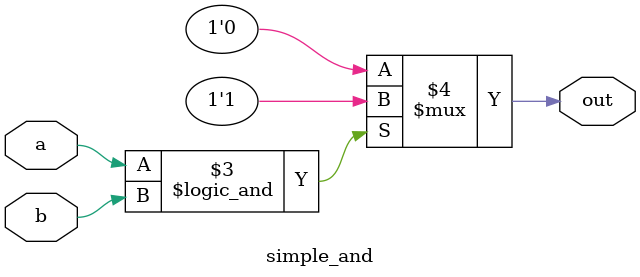
<source format=v>
module simple_and (
  input a,
  input b,
  output out
);

  assign out = (a == 1'b1 && b == 1'b1) ? 1'b1 : 1'b0; // Check both bits are high

endmodule
</source>
